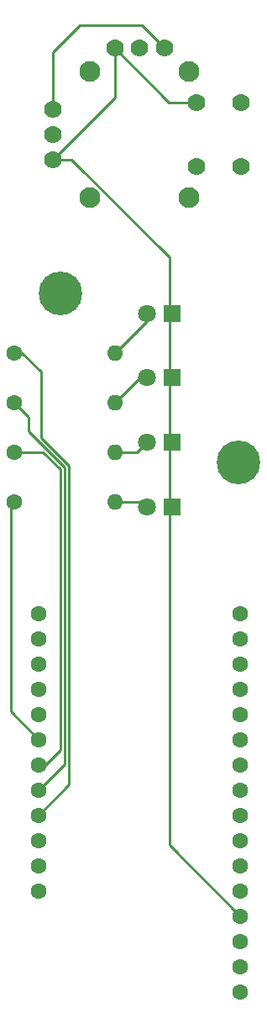
<source format=gbr>
%TF.GenerationSoftware,KiCad,Pcbnew,6.0.6+dfsg-1*%
%TF.CreationDate,2022-07-30T00:05:30-07:00*%
%TF.ProjectId,board,626f6172-642e-46b6-9963-61645f706362,rev?*%
%TF.SameCoordinates,Original*%
%TF.FileFunction,Copper,L1,Top*%
%TF.FilePolarity,Positive*%
%FSLAX46Y46*%
G04 Gerber Fmt 4.6, Leading zero omitted, Abs format (unit mm)*
G04 Created by KiCad (PCBNEW 6.0.6+dfsg-1) date 2022-07-30 00:05:30*
%MOMM*%
%LPD*%
G01*
G04 APERTURE LIST*
%TA.AperFunction,ComponentPad*%
%ADD10C,4.400000*%
%TD*%
%TA.AperFunction,ComponentPad*%
%ADD11C,1.600000*%
%TD*%
%TA.AperFunction,ComponentPad*%
%ADD12C,1.778000*%
%TD*%
%TA.AperFunction,ComponentPad*%
%ADD13C,2.100000*%
%TD*%
%TA.AperFunction,ComponentPad*%
%ADD14R,1.800000X1.800000*%
%TD*%
%TA.AperFunction,ComponentPad*%
%ADD15C,1.800000*%
%TD*%
%TA.AperFunction,ComponentPad*%
%ADD16O,1.600000X1.600000*%
%TD*%
%TA.AperFunction,Conductor*%
%ADD17C,0.250000*%
%TD*%
G04 APERTURE END LIST*
D10*
%TO.P,REF1,1*%
%TO.N,N/C*%
X94000000Y-73000000D03*
%TD*%
%TO.P,REF2,1*%
%TO.N,N/C*%
X112000000Y-90000000D03*
%TD*%
D11*
%TO.P,U2,1,RST*%
%TO.N,unconnected-(U2-Pad1)*%
X112160000Y-143320000D03*
%TO.P,U2,2,3V3*%
%TO.N,Net-(U1-PadH1)*%
X112160000Y-140780000D03*
%TO.P,U2,3,3V3*%
%TO.N,unconnected-(U2-Pad3)*%
X112160000Y-138240000D03*
%TO.P,U2,4,GND*%
%TO.N,Net-(D1-Pad1)*%
X112160000Y-135700000D03*
%TO.P,U2,5,A0*%
%TO.N,Net-(U1-PadH2)*%
X112160000Y-133160000D03*
%TO.P,U2,6,A1*%
%TO.N,Net-(U1-PadV2)*%
X112160000Y-130620000D03*
%TO.P,U2,7,A2*%
%TO.N,unconnected-(U2-Pad7)*%
X112160000Y-128080000D03*
%TO.P,U2,8,A3*%
%TO.N,unconnected-(U2-Pad8)*%
X112160000Y-125540000D03*
%TO.P,U2,9,A4*%
%TO.N,unconnected-(U2-Pad9)*%
X112160000Y-123000000D03*
%TO.P,U2,10,A5*%
%TO.N,unconnected-(U2-Pad10)*%
X112160000Y-120460000D03*
%TO.P,U2,11,SCK*%
%TO.N,unconnected-(U2-Pad11)*%
X112160000Y-117920000D03*
%TO.P,U2,12,MOSI*%
%TO.N,unconnected-(U2-Pad12)*%
X112160000Y-115380000D03*
%TO.P,U2,13,MISO*%
%TO.N,unconnected-(U2-Pad13)*%
X112160000Y-112840000D03*
%TO.P,U2,14,RXD*%
%TO.N,unconnected-(U2-Pad14)*%
X112160000Y-110300000D03*
%TO.P,U2,15,TXD*%
%TO.N,unconnected-(U2-Pad15)*%
X112160000Y-107760000D03*
%TO.P,U2,16,DFU*%
%TO.N,unconnected-(U2-Pad16)*%
X112160000Y-105220000D03*
%TO.P,U2,17,SDA*%
%TO.N,unconnected-(U2-Pad17)*%
X91840000Y-105220000D03*
%TO.P,U2,18,SCL*%
%TO.N,unconnected-(U2-Pad18)*%
X91840000Y-107760000D03*
%TO.P,U2,19,D27*%
%TO.N,Net-(U1-PadB1A)*%
X91840000Y-110300000D03*
%TO.P,U2,20,D30*%
%TO.N,unconnected-(U2-Pad20)*%
X91840000Y-112840000D03*
%TO.P,U2,21,D31*%
%TO.N,unconnected-(U2-Pad21)*%
X91840000Y-115380000D03*
%TO.P,U2,22,D11*%
%TO.N,Net-(U2-Pad22)*%
X91840000Y-117920000D03*
%TO.P,U2,23,D7*%
%TO.N,Net-(R3-Pad1)*%
X91840000Y-120460000D03*
%TO.P,U2,24,D15*%
%TO.N,Net-(R2-Pad1)*%
X91840000Y-123000000D03*
%TO.P,U2,25,D16*%
%TO.N,Net-(R1-Pad1)*%
X91840000Y-125540000D03*
%TO.P,U2,26,USB*%
%TO.N,unconnected-(U2-Pad26)*%
X91840000Y-128080000D03*
%TO.P,U2,27,EN*%
%TO.N,unconnected-(U2-Pad27)*%
X91840000Y-130620000D03*
%TO.P,U2,28,VBAT*%
%TO.N,unconnected-(U2-Pad28)*%
X91840000Y-133160000D03*
%TD*%
D12*
%TO.P,U1,B1A,SEL+*%
%TO.N,Net-(U1-PadB1A)*%
X112250000Y-53750000D03*
%TO.P,U1,B1B*%
%TO.N,N/C*%
X112250000Y-60250000D03*
%TO.P,U1,B2A,SEL-*%
%TO.N,Net-(D1-Pad1)*%
X107750000Y-53750000D03*
%TO.P,U1,B2B*%
%TO.N,N/C*%
X107750000Y-60250000D03*
%TO.P,U1,H1,H+*%
%TO.N,Net-(U1-PadH1)*%
X93270000Y-54500000D03*
%TO.P,U1,H2,H*%
%TO.N,Net-(U1-PadH2)*%
X93270000Y-57000000D03*
%TO.P,U1,H3,H-*%
%TO.N,Net-(D1-Pad1)*%
X93270000Y-59500000D03*
D13*
%TO.P,U1,S1*%
%TO.N,N/C*%
X107000000Y-50675000D03*
%TO.P,U1,S2*%
X97000000Y-50675000D03*
%TO.P,U1,S3*%
X97000000Y-63325000D03*
%TO.P,U1,S4*%
X107000000Y-63325000D03*
D12*
%TO.P,U1,V1,V+*%
%TO.N,Net-(U1-PadH1)*%
X104500000Y-48270000D03*
%TO.P,U1,V2,V*%
%TO.N,Net-(U1-PadV2)*%
X102000000Y-48270000D03*
%TO.P,U1,V3,V-*%
%TO.N,Net-(D1-Pad1)*%
X99500000Y-48270000D03*
%TD*%
D14*
%TO.P,D1,1,K*%
%TO.N,Net-(D1-Pad1)*%
X105275000Y-75000000D03*
D15*
%TO.P,D1,2,A*%
%TO.N,Net-(D1-Pad2)*%
X102735000Y-75000000D03*
%TD*%
D11*
%TO.P,R2,1*%
%TO.N,Net-(R2-Pad1)*%
X89380000Y-84000000D03*
D16*
%TO.P,R2,2*%
%TO.N,Net-(D2-Pad2)*%
X99540000Y-84000000D03*
%TD*%
D11*
%TO.P,R3,1*%
%TO.N,Net-(R3-Pad1)*%
X89380000Y-89000000D03*
D16*
%TO.P,R3,2*%
%TO.N,Net-(D3-Pad2)*%
X99540000Y-89000000D03*
%TD*%
D14*
%TO.P,D4,1,K*%
%TO.N,Net-(D1-Pad1)*%
X105275000Y-94500000D03*
D15*
%TO.P,D4,2,A*%
%TO.N,Net-(D4-Pad2)*%
X102735000Y-94500000D03*
%TD*%
D14*
%TO.P,D3,1,K*%
%TO.N,Net-(D1-Pad1)*%
X105275000Y-88000000D03*
D15*
%TO.P,D3,2,A*%
%TO.N,Net-(D3-Pad2)*%
X102735000Y-88000000D03*
%TD*%
D11*
%TO.P,R1,1*%
%TO.N,Net-(R1-Pad1)*%
X89380000Y-79000000D03*
D16*
%TO.P,R1,2*%
%TO.N,Net-(D1-Pad2)*%
X99540000Y-79000000D03*
%TD*%
D14*
%TO.P,D2,1,K*%
%TO.N,Net-(D1-Pad1)*%
X105275000Y-81500000D03*
D15*
%TO.P,D2,2,A*%
%TO.N,Net-(D2-Pad2)*%
X102735000Y-81500000D03*
%TD*%
D11*
%TO.P,R4,1*%
%TO.N,Net-(U2-Pad22)*%
X89380000Y-94000000D03*
D16*
%TO.P,R4,2*%
%TO.N,Net-(D4-Pad2)*%
X99540000Y-94000000D03*
%TD*%
D17*
%TO.N,Net-(U1-PadH1)*%
X104500000Y-48270000D02*
X102230000Y-46000000D01*
X102230000Y-46000000D02*
X96000000Y-46000000D01*
X96000000Y-46000000D02*
X93270000Y-48730000D01*
X93270000Y-48730000D02*
X93270000Y-54500000D01*
%TO.N,Net-(D4-Pad2)*%
X99540000Y-94000000D02*
X102235000Y-94000000D01*
X102235000Y-94000000D02*
X102735000Y-94500000D01*
%TO.N,Net-(D3-Pad2)*%
X99540000Y-89000000D02*
X101735000Y-89000000D01*
X101735000Y-89000000D02*
X102735000Y-88000000D01*
%TO.N,Net-(D2-Pad2)*%
X99540000Y-84000000D02*
X102040000Y-81500000D01*
X102040000Y-81500000D02*
X102735000Y-81500000D01*
%TO.N,Net-(D1-Pad2)*%
X99540000Y-79000000D02*
X102735000Y-75805000D01*
X102735000Y-75805000D02*
X102735000Y-75000000D01*
%TO.N,Net-(R3-Pad1)*%
X91840000Y-120460000D02*
X92540000Y-120460000D01*
X92540000Y-120460000D02*
X94000000Y-119000000D01*
X94000000Y-119000000D02*
X94000000Y-90736396D01*
X94000000Y-90736396D02*
X92263604Y-89000000D01*
X92263604Y-89000000D02*
X89380000Y-89000000D01*
%TO.N,Net-(R1-Pad1)*%
X89380000Y-79000000D02*
X90170000Y-79000000D01*
X90170000Y-79000000D02*
X92075000Y-80905000D01*
X92075000Y-80905000D02*
X92075000Y-87538604D01*
X92075000Y-87538604D02*
X94900000Y-90363604D01*
X94900000Y-90363604D02*
X94900000Y-122480000D01*
X94900000Y-122480000D02*
X91840000Y-125540000D01*
%TO.N,Net-(R2-Pad1)*%
X89380000Y-84000000D02*
X90805000Y-85425000D01*
X90805000Y-85425000D02*
X90805000Y-86905000D01*
X90805000Y-86905000D02*
X94450000Y-90550000D01*
X94450000Y-90550000D02*
X94450000Y-120390000D01*
X94450000Y-120390000D02*
X91840000Y-123000000D01*
%TO.N,Net-(U2-Pad22)*%
X91840000Y-117920000D02*
X89000000Y-115080000D01*
X89000000Y-115080000D02*
X89000000Y-94380000D01*
X89000000Y-94380000D02*
X89380000Y-94000000D01*
%TO.N,Net-(D1-Pad1)*%
X105000000Y-79000000D02*
X105000000Y-69380456D01*
X105000000Y-69380456D02*
X95119544Y-59500000D01*
X95119544Y-59500000D02*
X93270000Y-59500000D01*
X105000000Y-128540000D02*
X105000000Y-94000000D01*
X112160000Y-135700000D02*
X105000000Y-128540000D01*
X105000000Y-89000000D02*
X105000000Y-94000000D01*
X105000000Y-84000000D02*
X105000000Y-89000000D01*
X105000000Y-79000000D02*
X105000000Y-84000000D01*
X99500000Y-48270000D02*
X99500000Y-53270000D01*
X99500000Y-53270000D02*
X93270000Y-59500000D01*
X107750000Y-53750000D02*
X104980000Y-53750000D01*
X104980000Y-53750000D02*
X99500000Y-48270000D01*
%TD*%
M02*

</source>
